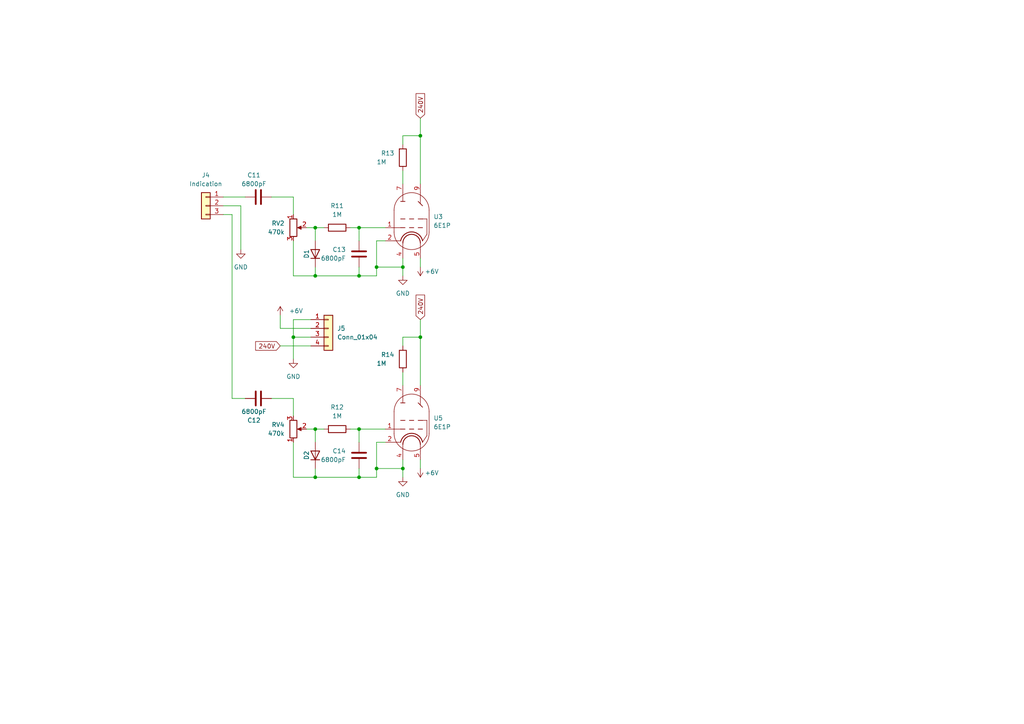
<source format=kicad_sch>
(kicad_sch (version 20211123) (generator eeschema)
  (paper "A4")
  (lib_symbols
    (symbol "Connector_Generic:Conn_01x03" (pin_names (offset 1.016) hide)
      (property "Reference" "J" (at 0 5.08 0))
      (property "Value" "Conn_01x03" (at 0 -5.08 0))
      (symbol "Conn_01x03_1_1"
        (rectangle (start -1.27 -2.413) (end 0 -2.667) (stroke (width 0.1524)))
        (rectangle (start -1.27 0.127) (end 0 -0.127) (stroke (width 0.1524)))
        (rectangle (start -1.27 2.667) (end 0 2.413) (stroke (width 0.1524)))
        (rectangle (start -1.27 3.81) (end 1.27 -3.81) (stroke (width 0.254)) (fill (type background)))
        (pin passive line (at -5.08 2.54 0) (length 3.81) (name "Pin_1") (number "1"))
        (pin passive line (at -5.08 0 0) (length 3.81) (name "Pin_2") (number "2"))
        (pin passive line (at -5.08 -2.54 0) (length 3.81) (name "Pin_3") (number "3"))
      )
    )
    (symbol "Connector_Generic:Conn_01x04" (pin_names (offset 1.016) hide)
      (property "Reference" "J" (at 0 5.08 0))
      (property "Value" "Conn_01x04" (at 0 -7.62 0))
      (symbol "Conn_01x04_1_1"
        (rectangle (start -1.27 -4.953) (end 0 -5.207) (stroke (width 0.1524)))
        (rectangle (start -1.27 -2.413) (end 0 -2.667) (stroke (width 0.1524)))
        (rectangle (start -1.27 0.127) (end 0 -0.127) (stroke (width 0.1524)))
        (rectangle (start -1.27 2.667) (end 0 2.413) (stroke (width 0.1524)))
        (rectangle (start -1.27 3.81) (end 1.27 -6.35) (stroke (width 0.254)) (fill (type background)))
        (pin passive line (at -5.08 2.54 0) (length 3.81) (name "Pin_1") (number "1"))
        (pin passive line (at -5.08 0 0) (length 3.81) (name "Pin_2") (number "2"))
        (pin passive line (at -5.08 -2.54 0) (length 3.81) (name "Pin_3") (number "3"))
        (pin passive line (at -5.08 -5.08 0) (length 3.81) (name "Pin_4") (number "4"))
      )
    )
    (symbol "Device:C" (pin_numbers hide) (pin_names (offset 0.254))
      (property "Reference" "C" (at 0.635 2.54 0))
      (property "Value" "C" (at 0.635 -2.54 0))
      (symbol "C_0_1"
        (polyline (pts (xy -2.032 -0.762) (xy 2.032 -0.762)) (stroke (width 0.508)))
        (polyline (pts (xy -2.032 0.762) (xy 2.032 0.762)) (stroke (width 0.508)))
      )
      (symbol "C_1_1"
        (pin passive line (at 0 3.81 270) (length 2.794) (name "~") (number "1"))
        (pin passive line (at 0 -3.81 90) (length 2.794) (name "~") (number "2"))
      )
    )
    (symbol "Device:D" (pin_numbers hide) (pin_names (offset 1.016) hide)
      (property "Reference" "D" (at 0 2.54 0))
      (property "Value" "D" (at 0 -2.54 0))
      (symbol "D_0_1"
        (polyline (pts (xy -1.27 1.27) (xy -1.27 -1.27)) (stroke (width 0.254)))
        (polyline (pts (xy 1.27 0) (xy -1.27 0)))
        (polyline (pts (xy 1.27 1.27) (xy 1.27 -1.27) (xy -1.27 0) (xy 1.27 1.27)) (stroke (width 0.254)))
      )
      (symbol "D_1_1"
        (pin passive line (at -3.81 0 0) (length 2.54) (name "K") (number "1"))
        (pin passive line (at 3.81 0 180) (length 2.54) (name "A") (number "2"))
      )
    )
    (symbol "Device:R" (pin_numbers hide) (pin_names (offset 0))
      (property "Reference" "R" (at 2.032 0 90))
      (property "Value" "R" (at 0 0 90))
      (symbol "R_0_1"
        (rectangle (start -1.016 -2.54) (end 1.016 2.54) (stroke (width 0.254)))
      )
      (symbol "R_1_1"
        (pin passive line (at 0 3.81 270) (length 1.27) (name "~") (number "1"))
        (pin passive line (at 0 -3.81 90) (length 1.27) (name "~") (number "2"))
      )
    )
    (symbol "Device:R_Potentiometer" (pin_names (offset 1.016) hide)
      (property "Reference" "RV" (at -4.445 0 90))
      (property "Value" "R_Potentiometer" (at -2.54 0 90))
      (symbol "R_Potentiometer_0_1"
        (polyline (pts (xy 2.54 0) (xy 1.524 0)))
        (polyline (pts (xy 1.143 0) (xy 2.286 0.508) (xy 2.286 -0.508) (xy 1.143 0)) (fill (type outline)))
        (rectangle (start 1.016 2.54) (end -1.016 -2.54) (stroke (width 0.254)))
      )
      (symbol "R_Potentiometer_1_1"
        (pin passive line (at 0 3.81 270) (length 1.27) (name "1") (number "1"))
        (pin passive line (at 3.81 0 180) (length 1.27) (name "2") (number "2"))
        (pin passive line (at 0 -3.81 90) (length 1.27) (name "3") (number "3"))
      )
    )
    (symbol "power:+6V" (power) (pin_names (offset 0))
      (property "Value" "+6V" (at 0 3.556 0))
      (symbol "+6V_0_1"
        (polyline (pts (xy -0.762 1.27) (xy 0 2.54)))
        (polyline (pts (xy 0 0) (xy 0 2.54)))
        (polyline (pts (xy 0 2.54) (xy 0.762 1.27)))
      )
      (symbol "+6V_1_1"
        (pin power_in line (at 0 0 90) (length 0) hide (name "+6V") (number "1"))
      )
    )
    (symbol "power:GND" (power) (pin_names (offset 0))
      (property "Value" "GND" (at 0 -3.81 0))
      (symbol "GND_0_1"
        (polyline (pts (xy 0 0) (xy 0 -1.27) (xy 1.27 -1.27) (xy 0 -2.54) (xy -1.27 -1.27) (xy 0 -1.27)))
      )
      (symbol "GND_1_1"
        (pin power_in line (at 0 0 270) (length 0) hide (name "GND") (number "1"))
      )
    )
    (symbol "spdf1626:6E1P" (pin_names (offset 0))
      (property "Reference" "U?" (at 6.35 1.9051 0))
      (property "Value" "6E1P" (at 6.35 -0.6349 0))
      (symbol "6E1P_0_1"
        (arc (start -5.08 -2.54) (mid 0 -7.62) (end 5.08 -2.54))
        (polyline (pts (xy -2.54 -7.62) (xy -2.54 -5.715)))
        (polyline (pts (xy -1.905 6.35) (xy -3.175 6.35)) (stroke (width 0.2)))
        (polyline (pts (xy 1.905 6.35) (xy 3.175 5.08)) (stroke (width 0.2)))
        (polyline (pts (xy 2.54 -7.62) (xy 2.54 -5.715)))
        (polyline (pts (xy -5.08 -2.54) (xy -5.08 3.81) (xy -5.08 3.81)))
        (polyline (pts (xy 2.54 5.715) (xy 2.54 8.255) (xy 2.54 8.89)))
        (polyline (pts (xy 5.08 3.81) (xy 5.08 -2.54) (xy 5.08 -2.54)))
        (arc (start 5.08 3.81) (mid 0 8.89) (end -5.08 3.81))
      )
      (symbol "6E1P_1_0"
        (polyline (pts (xy -3.175 -5.08) (xy -5.08 -5.08)))
      )
      (symbol "6E1P_1_1"
        (polyline (pts (xy -3.175 -1.27) (xy -5.08 -1.27)))
        (polyline (pts (xy -2.54 6.35) (xy -2.54 8.89)))
        (polyline (pts (xy -1.905 -1.27) (xy -3.175 -1.27)) (stroke (width 0.2032)))
        (polyline (pts (xy -1.905 1.27) (xy -3.175 1.27)) (stroke (width 0.2032)))
        (polyline (pts (xy 0.635 -1.27) (xy -0.635 -1.27)) (stroke (width 0.2032)))
        (polyline (pts (xy 0.635 1.27) (xy -0.635 1.27)) (stroke (width 0.2032)))
        (polyline (pts (xy 1.905 1.27) (xy 3.175 1.27)) (stroke (width 0.2032)))
        (polyline (pts (xy 3.175 -1.27) (xy 1.905 -1.27)) (stroke (width 0.2032)))
        (polyline (pts (xy 4.445 -3.175) (xy 3.175 -5.08)))
        (polyline (pts (xy 4.445 -3.175) (xy 4.445 1.27)))
        (polyline (pts (xy 4.445 1.27) (xy 3.175 1.27)))
        (arc (start 2.54 -5.715) (mid 0 -3.1974) (end -2.54 -5.715) (stroke (width 0.254)))
        (arc (start 3.175 -5.08) (mid 0 -2.4945) (end -3.175 -5.08) (stroke (width 0.254)))
        (pin input line (at -7.62 -1.27 0) (length 2.54) (name "") (number "1"))
        (pin input line (at -7.62 -5.08 0) (length 2.54) (name "") (number "2"))
        (pin input line (at -2.54 -10.16 90) (length 2.54) (name "") (number "4"))
        (pin input line (at 2.54 -10.16 90) (length 2.54) (name "") (number "5"))
        (pin output line (at -2.54 11.43 270) (length 2.54) (name "") (number "7"))
        (pin output line (at 2.54 11.43 270) (length 2.54) (name "") (number "9"))
      )
    )
  )
  (junction (at 109.22 77.47))
  (junction (at 91.44 66.04))
  (junction (at 109.22 135.89))
  (junction (at 121.92 39.37))
  (junction (at 104.14 66.04))
  (junction (at 116.84 135.89))
  (junction (at 121.92 97.79))
  (junction (at 104.14 124.46))
  (junction (at 85.09 97.79))
  (junction (at 104.14 138.43))
  (junction (at 91.44 80.01))
  (junction (at 116.84 77.47))
  (junction (at 91.44 124.46))
  (junction (at 91.44 138.43))
  (junction (at 104.14 80.01))
  (wire (pts (xy 85.09 120.65) (xy 85.09 115.57)))
  (wire (pts (xy 91.44 66.04) (xy 91.44 69.85)))
  (wire (pts (xy 121.92 97.79) (xy 121.92 92.71)))
  (wire (pts (xy 85.09 80.01) (xy 91.44 80.01)))
  (wire (pts (xy 104.14 66.04) (xy 111.76 66.04)))
  (wire (pts (xy 116.84 41.91) (xy 116.84 39.37)))
  (wire (pts (xy 116.84 49.53) (xy 116.84 53.34)))
  (wire (pts (xy 88.9 124.46) (xy 91.44 124.46)))
  (wire (pts (xy 116.84 97.79) (xy 121.92 97.79)))
  (wire (pts (xy 91.44 77.47) (xy 91.44 80.01)))
  (wire (pts (xy 85.09 69.85) (xy 85.09 80.01)))
  (wire (pts (xy 116.84 107.95) (xy 116.84 111.76)))
  (wire (pts (xy 109.22 69.85) (xy 111.76 69.85)))
  (wire (pts (xy 104.14 138.43) (xy 109.22 138.43)))
  (wire (pts (xy 104.14 135.89) (xy 104.14 138.43)))
  (wire (pts (xy 121.92 39.37) (xy 121.92 34.29)))
  (wire (pts (xy 109.22 80.01) (xy 109.22 77.47)))
  (wire (pts (xy 91.44 124.46) (xy 91.44 128.27)))
  (wire (pts (xy 116.84 135.89) (xy 116.84 138.43)))
  (wire (pts (xy 109.22 138.43) (xy 109.22 135.89)))
  (wire (pts (xy 85.09 92.71) (xy 90.17 92.71)))
  (wire (pts (xy 109.22 135.89) (xy 109.22 128.27)))
  (wire (pts (xy 64.77 62.23) (xy 67.31 62.23)))
  (wire (pts (xy 85.09 104.14) (xy 85.09 97.79)))
  (wire (pts (xy 90.17 95.25) (xy 81.28 95.25)))
  (wire (pts (xy 116.84 74.93) (xy 116.84 77.47)))
  (wire (pts (xy 88.9 66.04) (xy 91.44 66.04)))
  (wire (pts (xy 91.44 80.01) (xy 104.14 80.01)))
  (wire (pts (xy 104.14 80.01) (xy 109.22 80.01)))
  (wire (pts (xy 104.14 124.46) (xy 111.76 124.46)))
  (wire (pts (xy 85.09 97.79) (xy 85.09 92.71)))
  (wire (pts (xy 101.6 124.46) (xy 104.14 124.46)))
  (wire (pts (xy 121.92 39.37) (xy 121.92 53.34)))
  (wire (pts (xy 85.09 115.57) (xy 78.74 115.57)))
  (wire (pts (xy 116.84 77.47) (xy 109.22 77.47)))
  (wire (pts (xy 85.09 57.15) (xy 78.74 57.15)))
  (wire (pts (xy 104.14 124.46) (xy 104.14 128.27)))
  (wire (pts (xy 116.84 133.35) (xy 116.84 135.89)))
  (wire (pts (xy 121.92 97.79) (xy 121.92 111.76)))
  (wire (pts (xy 116.84 39.37) (xy 121.92 39.37)))
  (wire (pts (xy 81.28 95.25) (xy 81.28 91.44)))
  (wire (pts (xy 85.09 128.27) (xy 85.09 138.43)))
  (wire (pts (xy 67.31 115.57) (xy 71.12 115.57)))
  (wire (pts (xy 91.44 124.46) (xy 93.98 124.46)))
  (wire (pts (xy 64.77 59.69) (xy 69.85 59.69)))
  (wire (pts (xy 91.44 135.89) (xy 91.44 138.43)))
  (wire (pts (xy 85.09 62.23) (xy 85.09 57.15)))
  (wire (pts (xy 101.6 66.04) (xy 104.14 66.04)))
  (wire (pts (xy 104.14 66.04) (xy 104.14 69.85)))
  (wire (pts (xy 116.84 100.33) (xy 116.84 97.79)))
  (wire (pts (xy 116.84 135.89) (xy 109.22 135.89)))
  (wire (pts (xy 64.77 57.15) (xy 71.12 57.15)))
  (wire (pts (xy 104.14 77.47) (xy 104.14 80.01)))
  (wire (pts (xy 91.44 66.04) (xy 93.98 66.04)))
  (wire (pts (xy 121.92 74.93) (xy 121.92 77.47)))
  (wire (pts (xy 109.22 77.47) (xy 109.22 69.85)))
  (wire (pts (xy 69.85 59.69) (xy 69.85 72.39)))
  (wire (pts (xy 91.44 138.43) (xy 104.14 138.43)))
  (wire (pts (xy 85.09 97.79) (xy 90.17 97.79)))
  (wire (pts (xy 121.92 133.35) (xy 121.92 135.89)))
  (wire (pts (xy 116.84 77.47) (xy 116.84 80.01)))
  (wire (pts (xy 67.31 62.23) (xy 67.31 115.57)))
  (wire (pts (xy 109.22 128.27) (xy 111.76 128.27)))
  (wire (pts (xy 81.28 100.33) (xy 90.17 100.33)))
  (wire (pts (xy 85.09 138.43) (xy 91.44 138.43)))
  (global_label "240V" (shape input) (at 81.28 100.33 180) (property "Обозначения листов" "${INTERSHEET_REFS}" (effects hide)))
  (global_label "240V" (shape input) (at 121.92 92.71 90) (property "Обозначения листов" "${INTERSHEET_REFS}" (effects hide)))
  (global_label "240V" (shape input) (at 121.92 34.29 90) (property "Обозначения листов" "${INTERSHEET_REFS}" (effects hide)))
  (symbol (lib_id "power:GND") (at 116.84 80.01 0) (unit 1)
    (property "Reference" "#PWR020" (effects hide))
    (property "Value" "GND" (at 116.84 85.09 0))
  )
  (symbol (lib_id "Device:R") (at 97.79 66.04 90) (unit 1)
    (property "Reference" "R11" (at 97.79 59.69 90))
    (property "Value" "1M" (at 97.79 62.23 90))
    (property "Footprint" "spdf1626_lib:R_THT_025W" (effects hide))
  )
  (symbol (lib_id "Connector_Generic:Conn_01x04") (at 95.25 95.25 0) (unit 1)
    (property "Reference" "J5" (at 97.79 95.2499 0) (effects (justify left)))
    (property "Value" "Conn_01x04" (at 97.79 97.7899 0) (effects (justify left)))
    (property "Footprint" "spdf1626_lib:PinHeader_1x04_P2.54mm" (effects hide))
  )
  (symbol (lib_id "power:+6V") (at 121.92 77.47 180) (unit 1)
    (property "Reference" "#PWR024" (effects hide))
    (property "Value" "+6V" (at 123.19 78.74 0) (effects (justify right)))
  )
  (symbol (lib_id "Device:C") (at 74.93 57.15 90) (mirror x) (unit 1)
    (property "Reference" "C11" (at 73.66 50.8 90))
    (property "Value" "6800pF" (at 73.66 53.34 90))
    (property "Footprint" "spdf1626_lib:C_THT_K73-17_P5.00mm" (effects hide))
  )
  (symbol (lib_id "Device:R") (at 97.79 124.46 90) (unit 1)
    (property "Reference" "R12" (at 97.79 118.11 90))
    (property "Value" "1M" (at 97.79 120.65 90))
    (property "Footprint" "spdf1626_lib:R_THT_025W" (effects hide))
  )
  (symbol (lib_id "Connector_Generic:Conn_01x03") (at 59.69 59.69 0) (mirror y) (unit 1)
    (property "Reference" "J4" (at 59.69 50.8 0))
    (property "Value" "Indication" (at 59.69 53.34 0))
    (property "Footprint" "spdf1626_lib:PinHeader_1x03_P2.54mm" (effects hide))
  )
  (symbol (lib_id "spdf1626:6E1P") (at 119.38 123.19 0) (unit 1)
    (property "Reference" "U5" (at 125.73 121.2849 0) (effects (justify left)))
    (property "Value" "6E1P" (at 125.73 123.8249 0) (effects (justify left)))
    (property "Footprint" "spdf1626_lib:9-pin_tube_socket" (effects hide))
  )
  (symbol (lib_id "Device:C") (at 74.93 115.57 90) (unit 1)
    (property "Reference" "C12" (at 73.66 121.92 90))
    (property "Value" "6800pF" (at 73.66 119.38 90))
    (property "Footprint" "spdf1626_lib:C_THT_K73-17_P5.00mm" (effects hide))
  )
  (symbol (lib_id "power:GND") (at 85.09 104.14 0) (unit 1)
    (property "Reference" "#PWR019" (effects hide))
    (property "Value" "GND" (at 85.09 109.22 0))
  )
  (symbol (lib_id "Device:D") (at 91.44 132.08 90) (unit 1)
    (property "Reference" "D2" (at 88.9 132.08 0))
    (property "Value" "1n4007" (effects hide))
    (property "Footprint" "Diode_THT:D_DO-41_SOD81_P12.70mm_Horizontal" (effects hide))
  )
  (symbol (lib_id "power:GND") (at 116.84 138.43 0) (unit 1)
    (property "Reference" "#PWR023" (effects hide))
    (property "Value" "GND" (at 116.84 143.51 0))
  )
  (symbol (lib_id "Device:R_Potentiometer") (at 85.09 124.46 0) (mirror x) (unit 1)
    (property "Reference" "RV4" (at 82.55 123.1899 0) (effects (justify right)))
    (property "Value" "470k" (at 82.55 125.7299 0) (effects (justify right)))
    (property "Footprint" "spdf1626_lib:Potentiometer_THT_CA9V" (effects hide))
  )
  (symbol (lib_id "Device:R") (at 116.84 104.14 0) (mirror y) (unit 1)
    (property "Reference" "R14" (at 110.49 102.87 0) (effects (justify right)))
    (property "Value" "1M" (at 109.22 105.41 0) (effects (justify right)))
    (property "Footprint" "spdf1626_lib:R_THT_025W" (effects hide))
  )
  (symbol (lib_id "Device:D") (at 91.44 73.66 90) (unit 1)
    (property "Reference" "D1" (at 88.9 73.66 0))
    (property "Value" "1n4007" (effects hide))
    (property "Footprint" "Diode_THT:D_DO-41_SOD81_P12.70mm_Horizontal" (effects hide))
  )
  (symbol (lib_id "power:GND") (at 69.85 72.39 0) (unit 1)
    (property "Reference" "#PWR017" (effects hide))
    (property "Value" "GND" (at 69.85 77.47 0))
  )
  (symbol (lib_id "spdf1626:6E1P") (at 119.38 64.77 0) (unit 1)
    (property "Reference" "U3" (at 125.73 62.8649 0) (effects (justify left)))
    (property "Value" "6E1P" (at 125.73 65.4049 0) (effects (justify left)))
    (property "Footprint" "spdf1626_lib:9-pin_tube_socket" (effects hide))
  )
  (symbol (lib_id "Device:C") (at 104.14 73.66 0) (mirror y) (unit 1)
    (property "Reference" "C13" (at 100.33 72.3899 0) (effects (justify left)))
    (property "Value" "6800pF" (at 100.33 74.93 0) (effects (justify left)))
    (property "Footprint" "spdf1626_lib:C_THT_K73-17_P5.00mm" (effects hide))
  )
  (symbol (lib_id "power:+6V") (at 81.28 91.44 0) (unit 1)
    (property "Reference" "#PWR018" (effects hide))
    (property "Value" "+6V" (at 83.82 90.1699 0) (effects (justify left)))
  )
  (symbol (lib_id "Device:R_Potentiometer") (at 85.09 66.04 0) (unit 1)
    (property "Reference" "RV2" (at 82.55 64.7699 0) (effects (justify right)))
    (property "Value" "470k" (at 82.55 67.3099 0) (effects (justify right)))
    (property "Footprint" "spdf1626_lib:Potentiometer_THT_CA9V" (effects hide))
  )
  (symbol (lib_id "Device:C") (at 104.14 132.08 0) (mirror y) (unit 1)
    (property "Reference" "C14" (at 100.33 130.8099 0) (effects (justify left)))
    (property "Value" "6800pF" (at 100.33 133.35 0) (effects (justify left)))
    (property "Footprint" "spdf1626_lib:C_THT_K73-17_P5.00mm" (effects hide))
  )
  (symbol (lib_id "Device:R") (at 116.84 45.72 0) (mirror y) (unit 1)
    (property "Reference" "R13" (at 110.49 44.45 0) (effects (justify right)))
    (property "Value" "1M" (at 109.22 46.99 0) (effects (justify right)))
    (property "Footprint" "spdf1626_lib:R_THT_025W" (effects hide))
  )
  (symbol (lib_id "power:+6V") (at 121.92 135.89 180) (unit 1)
    (property "Reference" "#PWR025" (effects hide))
    (property "Value" "+6V" (at 123.19 137.16 0) (effects (justify right)))
  )
)
</source>
